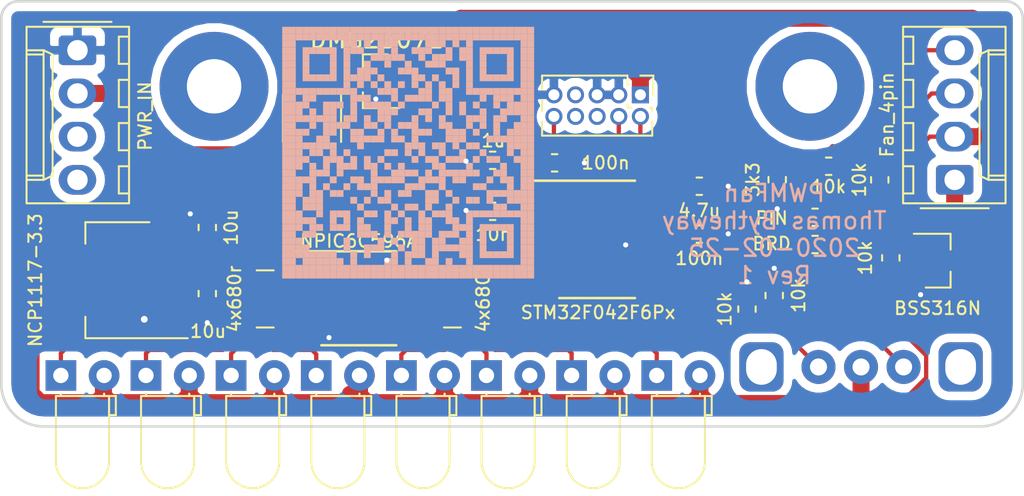
<source format=kicad_pcb>
(kicad_pcb (version 20171130) (host pcbnew "(5.1.5)-3")
  (layers (0 F.Cu signal) (31 B.Cu signal) (34 B.Paste user) (35 F.Paste user) (36 B.SilkS user) (37 F.SilkS user) (38 B.Mask user) (39 F.Mask user) (44 Edge.Cuts user))
  (net 0 "")
  (net 1 +3V3)
  (net 2 GND)
  (net 3 "Net-(M1-Pad3)")
  (net 4 PWM)
  (net 5 +12V)
  (net 6 nRST)
  (net 7 SWDIO)
  (net 8 SWDCLK)
  (net 9 "Net-(D2-Pad1)")
  (net 10 "Net-(D3-Pad1)")
  (net 11 "Net-(D4-Pad1)")
  (net 12 "Net-(D1-Pad1)")
  (net 13 "Net-(M1-Pad1)")
  (net 14 "Net-(F1-Pad2)")
  (net 15 "Net-(M1-Pad4)")
  (net 16 ENC_B)
  (net 17 ENC_A)
  (net 18 "Net-(D8-Pad1)")
  (net 19 "Net-(D7-Pad1)")
  (net 20 "Net-(D5-Pad1)")
  (net 21 "Net-(D6-Pad1)")
  (net 22 "Net-(IC1-Pad3)")
  (net 23 "Net-(IC1-Pad4)")
  (net 24 "Net-(IC1-Pad14)")
  (net 25 "Net-(IC1-Pad13)")
  (net 26 "Net-(IC1-Pad12)")
  (net 27 "Net-(IC1-Pad11)")
  (net 28 "Net-(IC1-Pad6)")
  (net 29 "Net-(IC1-Pad5)")
  (net 30 SERIAL)
  (net 31 STORE_CLK)
  (net 32 SHIFT_CLK)
  (net 33 TACHO)
  (net 34 "Net-(Q1-Pad1)")
  (net 35 "Net-(F1-Pad1)")
  (module Package_TO_SOT_SMD:SOT-23 (layer F.Cu) (at 72 54.7 180)
    (fp_text reference Q2 hide)
    (fp_text value DMG2307L (at 0 2.45) (layer F.SilkS))
    (pad 3 smd rect (at 1 0 180) (size 0.9 0.8) (layers F.Cu F.Paste F.Mask) (net 35 "Net-(F1-Pad1)"))
    (pad 2 smd rect (at -1 0.95 180) (size 0.9 0.8) (layers F.Cu F.Paste F.Mask) (net 5 +12V))
    (pad 1 smd rect (at -1 -0.95 180) (size 0.9 0.8) (layers F.Cu F.Paste F.Mask) (net 2 GND))
  )
  (module pwmfan:QR (layer B.Cu) (at 73.9 58.9 180)
    (fp_text reference SYM1 hide)
    (fp_text value QR hide)
  )
  (module Resistor_SMD:R_0603_1608Metric (layer F.Cu) (at 97.8 62.7)
    (fp_text reference R4 hide)
    (fp_text value PIN (at -2.55 0.05) (layer F.SilkS) (effects (font (size 0.75 0.75) (thickness 0.12))))
    (pad 2 smd roundrect (at 0.7875 0) (size 0.875 0.95) (layers F.Cu F.Paste F.Mask) (net 15 "Net-(M1-Pad4)"))
    (pad 1 smd roundrect (at -0.7875 0) (size 0.875 0.95) (layers F.Cu F.Paste F.Mask) (net 4 PWM))
  )
  (module Resistor_SMD:R_0603_1608Metric (layer F.Cu) (at 95.575 60.4875 270)
    (fp_text reference R3 hide)
    (fp_text value 3k3 (at 0 1.43 90) (layer F.SilkS) (effects (font (size 0.75 0.75) (thickness 0.12))))
    (pad 2 smd roundrect (at 0.7875 0 270) (size 0.875 0.95) (layers F.Cu F.Paste F.Mask) (net 2 GND))
    (pad 1 smd roundrect (at -0.7875 0 270) (size 0.875 0.95) (layers F.Cu F.Paste F.Mask) (net 33 TACHO))
  )
  (module Resistor_SMD:R_0603_1608Metric (layer F.Cu) (at 101.6 60.5 90)
    (fp_text reference R2 hide)
    (fp_text value 10k (at 0 -1.2 90) (layer F.SilkS) (effects (font (size 0.75 0.75) (thickness 0.12))))
    (pad 2 smd roundrect (at 0.7875 0 90) (size 0.875 0.95) (layers F.Cu F.Paste F.Mask) (net 3 "Net-(M1-Pad3)"))
    (pad 1 smd roundrect (at -0.7875 0 90) (size 0.875 0.95) (layers F.Cu F.Paste F.Mask) (net 5 +12V))
  )
  (module Resistor_SMD:R_0603_1608Metric (layer F.Cu) (at 98.6 59.7 180)
    (fp_text reference R1 hide)
    (fp_text value 10k (at 0 -1.2) (layer F.SilkS) (effects (font (size 0.75 0.75) (thickness 0.12))))
    (pad 2 smd roundrect (at 0.7875 0 180) (size 0.875 0.95) (layers F.Cu F.Paste F.Mask) (net 33 TACHO))
    (pad 1 smd roundrect (at -0.7875 0 180) (size 0.875 0.95) (layers F.Cu F.Paste F.Mask) (net 3 "Net-(M1-Pad3)"))
  )
  (module Resistor_SMD:R_Array_Convex_4x0612 (layer F.Cu) (at 65.5 67.5)
    (fp_text reference RN1 hide)
    (fp_text value 4x680r (at -1.8 0 270) (layer F.SilkS) (effects (font (size 0.75 0.75) (thickness 0.12))))
    (pad 5 smd rect (at 0.7 1.27) (size 0.7 0.64) (layers F.Cu F.Paste F.Mask) (net 28 "Net-(IC1-Pad6)"))
    (pad 6 smd rect (at 0.7 0.4) (size 0.7 0.5) (layers F.Cu F.Paste F.Mask) (net 29 "Net-(IC1-Pad5)"))
    (pad 8 smd rect (at 0.7 -1.27) (size 0.7 0.64) (layers F.Cu F.Paste F.Mask) (net 22 "Net-(IC1-Pad3)"))
    (pad 7 smd rect (at 0.7 -0.4) (size 0.7 0.5) (layers F.Cu F.Paste F.Mask) (net 23 "Net-(IC1-Pad4)"))
    (pad 4 smd rect (at -0.7 1.27) (size 0.7 0.64) (layers F.Cu F.Paste F.Mask) (net 11 "Net-(D4-Pad1)"))
    (pad 2 smd rect (at -0.7 -0.4) (size 0.7 0.5) (layers F.Cu F.Paste F.Mask) (net 9 "Net-(D2-Pad1)"))
    (pad 3 smd rect (at -0.7 0.4) (size 0.7 0.5) (layers F.Cu F.Paste F.Mask) (net 10 "Net-(D3-Pad1)"))
    (pad 1 smd rect (at -0.7 -1.27) (size 0.7 0.64) (layers F.Cu F.Paste F.Mask) (net 12 "Net-(D1-Pad1)"))
  )
  (module Resistor_SMD:R_Array_Convex_4x0612 (layer F.Cu) (at 76.5 67.5)
    (fp_text reference RN2 hide)
    (fp_text value 4x680r (at 1.8 0 270) (layer F.SilkS) (effects (font (size 0.75 0.75) (thickness 0.12))))
    (pad 1 smd rect (at -0.7 -1.27) (size 0.7 0.64) (layers F.Cu F.Paste F.Mask) (net 24 "Net-(IC1-Pad14)"))
    (pad 3 smd rect (at -0.7 0.4) (size 0.7 0.5) (layers F.Cu F.Paste F.Mask) (net 26 "Net-(IC1-Pad12)"))
    (pad 2 smd rect (at -0.7 -0.4) (size 0.7 0.5) (layers F.Cu F.Paste F.Mask) (net 25 "Net-(IC1-Pad13)"))
    (pad 4 smd rect (at -0.7 1.27) (size 0.7 0.64) (layers F.Cu F.Paste F.Mask) (net 27 "Net-(IC1-Pad11)"))
    (pad 7 smd rect (at 0.7 -0.4) (size 0.7 0.5) (layers F.Cu F.Paste F.Mask) (net 19 "Net-(D7-Pad1)"))
    (pad 8 smd rect (at 0.7 -1.27) (size 0.7 0.64) (layers F.Cu F.Paste F.Mask) (net 18 "Net-(D8-Pad1)"))
    (pad 6 smd rect (at 0.7 0.4) (size 0.7 0.5) (layers F.Cu F.Paste F.Mask) (net 21 "Net-(D6-Pad1)"))
    (pad 5 smd rect (at 0.7 1.27) (size 0.7 0.64) (layers F.Cu F.Paste F.Mask) (net 20 "Net-(D5-Pad1)"))
  )
  (module Package_SO:TSSOP-16_4.4x5mm_P0.65mm (layer F.Cu) (at 71 67.5)
    (fp_text reference IC1 hide)
    (fp_text value NPIC6C596A (at 0 -3.4) (layer F.SilkS) (effects (font (size 0.75 0.75) (thickness 0.12))))
    (pad 1 smd rect (at -2.95 -2.275) (size 1.5 0.45) (layers F.Cu F.Paste F.Mask) (net 1 +3V3))
    (pad 2 smd rect (at -2.95 -1.625) (size 1.5 0.45) (layers F.Cu F.Paste F.Mask) (net 30 SERIAL))
    (pad 3 smd rect (at -2.95 -0.975) (size 1.5 0.45) (layers F.Cu F.Paste F.Mask) (net 22 "Net-(IC1-Pad3)"))
    (pad 4 smd rect (at -2.95 -0.325) (size 1.5 0.45) (layers F.Cu F.Paste F.Mask) (net 23 "Net-(IC1-Pad4)"))
    (pad 5 smd rect (at -2.95 0.325) (size 1.5 0.45) (layers F.Cu F.Paste F.Mask) (net 29 "Net-(IC1-Pad5)"))
    (pad 6 smd rect (at -2.95 0.975) (size 1.5 0.45) (layers F.Cu F.Paste F.Mask) (net 28 "Net-(IC1-Pad6)"))
    (pad 7 smd rect (at -2.95 1.625) (size 1.5 0.45) (layers F.Cu F.Paste F.Mask) (net 1 +3V3))
    (pad 8 smd rect (at -2.95 2.275) (size 1.5 0.45) (layers F.Cu F.Paste F.Mask) (net 2 GND))
    (pad 9 smd rect (at 2.95 2.275) (size 1.5 0.45) (layers F.Cu F.Paste F.Mask))
    (pad 10 smd rect (at 2.95 1.625) (size 1.5 0.45) (layers F.Cu F.Paste F.Mask) (net 31 STORE_CLK))
    (pad 11 smd rect (at 2.95 0.975) (size 1.5 0.45) (layers F.Cu F.Paste F.Mask) (net 27 "Net-(IC1-Pad11)"))
    (pad 12 smd rect (at 2.95 0.325) (size 1.5 0.45) (layers F.Cu F.Paste F.Mask) (net 26 "Net-(IC1-Pad12)"))
    (pad 13 smd rect (at 2.95 -0.325) (size 1.5 0.45) (layers F.Cu F.Paste F.Mask) (net 25 "Net-(IC1-Pad13)"))
    (pad 14 smd rect (at 2.95 -0.975) (size 1.5 0.45) (layers F.Cu F.Paste F.Mask) (net 24 "Net-(IC1-Pad14)"))
    (pad 15 smd rect (at 2.95 -1.625) (size 1.5 0.45) (layers F.Cu F.Paste F.Mask) (net 32 SHIFT_CLK))
    (pad 16 smd rect (at 2.95 -2.275) (size 1.5 0.45) (layers F.Cu F.Paste F.Mask) (net 2 GND))
  )
  (module pwmfan:RE111F-20B (layer F.Cu) (at 100.5 71.5)
    (fp_text reference SW1 hide)
    (fp_text value RE111F-20B hide)
    (pad C thru_hole circle (at 0 0) (size 2 2) (drill 1) (layers *.Cu *.Mask) (net 1 +3V3))
    (pad A thru_hole circle (at -2.5 0) (size 2 2) (drill 1) (layers *.Cu *.Mask) (net 17 ENC_A))
    (pad B thru_hole circle (at 2.5 0) (size 2 2) (drill 1) (layers *.Cu *.Mask) (net 16 ENC_B))
    (pad "" thru_hole roundrect (at -5.85 0) (size 2.6 2.9) (drill oval 1.8 2.1) (layers *.Cu *.Mask))
    (pad "" thru_hole roundrect (at 5.85 0) (size 2.6 2.9) (drill oval 1.8 2.1) (layers *.Cu *.Mask))
  )
  (module LED_THT:LED_D3.0mm_Horizontal_O1.27mm_Z2.0mm (layer F.Cu) (at 73.5 72)
    (fp_text reference D5 hide)
    (fp_text value LED_Small hide)
    (pad 2 thru_hole circle (at 2.54 0) (size 1.8 1.8) (drill 0.9) (layers *.Cu *.Mask) (net 1 +3V3))
    (pad 1 thru_hole rect (at 0 0) (size 1.8 1.8) (drill 0.9) (layers *.Cu *.Mask) (net 20 "Net-(D5-Pad1)"))
  )
  (module LED_THT:LED_D3.0mm_Horizontal_O1.27mm_Z2.0mm (layer F.Cu) (at 83.5 72)
    (fp_text reference D7 hide)
    (fp_text value LED_Small hide)
    (pad 1 thru_hole rect (at 0 0) (size 1.8 1.8) (drill 0.9) (layers *.Cu *.Mask) (net 19 "Net-(D7-Pad1)"))
    (pad 2 thru_hole circle (at 2.54 0) (size 1.8 1.8) (drill 0.9) (layers *.Cu *.Mask) (net 1 +3V3))
  )
  (module LED_THT:LED_D3.0mm_Horizontal_O1.27mm_Z2.0mm (layer F.Cu) (at 78.5 72)
    (fp_text reference D6 hide)
    (fp_text value LED_Small hide)
    (pad 2 thru_hole circle (at 2.54 0) (size 1.8 1.8) (drill 0.9) (layers *.Cu *.Mask) (net 1 +3V3))
    (pad 1 thru_hole rect (at 0 0) (size 1.8 1.8) (drill 0.9) (layers *.Cu *.Mask) (net 21 "Net-(D6-Pad1)"))
  )
  (module LED_THT:LED_D3.0mm_Horizontal_O1.27mm_Z2.0mm (layer F.Cu) (at 88.5 72)
    (fp_text reference D8 hide)
    (fp_text value LED_Small hide)
    (pad 1 thru_hole rect (at 0 0) (size 1.8 1.8) (drill 0.9) (layers *.Cu *.Mask) (net 18 "Net-(D8-Pad1)"))
    (pad 2 thru_hole circle (at 2.54 0) (size 1.8 1.8) (drill 0.9) (layers *.Cu *.Mask) (net 1 +3V3))
  )
  (module Resistor_SMD:R_0603_1608Metric (layer F.Cu) (at 93.8 68.1 90)
    (fp_text reference R11 hide)
    (fp_text value 10k (at 0 -1.3 90) (layer F.SilkS) (effects (font (size 0.75 0.75) (thickness 0.12))))
    (pad 2 smd roundrect (at 0.7875 0 90) (size 0.875 0.95) (layers F.Cu F.Paste F.Mask) (net 2 GND))
    (pad 1 smd roundrect (at -0.7875 0 90) (size 0.875 0.95) (layers F.Cu F.Paste F.Mask) (net 17 ENC_A))
  )
  (module Resistor_SMD:R_0603_1608Metric (layer F.Cu) (at 95.4 67.3 90)
    (fp_text reference R12 hide)
    (fp_text value 10k (at 0 1.43 90) (layer F.SilkS) (effects (font (size 0.75 0.75) (thickness 0.12))))
    (pad 1 smd roundrect (at -0.7875 0 90) (size 0.875 0.95) (layers F.Cu F.Paste F.Mask) (net 16 ENC_B))
    (pad 2 smd roundrect (at 0.7875 0 90) (size 0.875 0.95) (layers F.Cu F.Paste F.Mask) (net 2 GND))
  )
  (module Connector_Molex:Molex_KK-254_AE-6410-04A_1x04_P2.54mm_Vertical (layer F.Cu) (at 54.475 52.88 270)
    (fp_text reference J2 hide)
    (fp_text value PWR_IN (at 3.87 -3.975 90) (layer F.SilkS) (effects (font (size 0.75 0.75) (thickness 0.12))))
    (pad 4 thru_hole oval (at 7.62 0 270) (size 1.74 2.2) (drill 1.2) (layers *.Cu *.Mask))
    (pad 3 thru_hole oval (at 5.08 0 270) (size 1.74 2.2) (drill 1.2) (layers *.Cu *.Mask))
    (pad 2 thru_hole oval (at 2.54 0 270) (size 1.74 2.2) (drill 1.2) (layers *.Cu *.Mask) (net 14 "Net-(F1-Pad2)"))
    (pad 1 thru_hole roundrect (at 0 0 270) (size 1.74 2.2) (drill 1.2) (layers *.Cu *.Mask) (roundrect_rratio 0.143678) (net 2 GND))
  )
  (module Connector_Molex:Molex_KK-254_AE-6410-04A_1x04_P2.54mm_Vertical (layer F.Cu) (at 106 60.5 90)
    (fp_text reference M1 hide)
    (fp_text value Fan_4pin (at 3.825 -3.975 270) (layer F.SilkS) (effects (font (size 0.75 0.75) (thickness 0.12))))
    (pad 1 thru_hole roundrect (at 0 0 90) (size 1.74 2.2) (drill 1.2) (layers *.Cu *.Mask) (roundrect_rratio 0.143678) (net 13 "Net-(M1-Pad1)"))
    (pad 2 thru_hole oval (at 2.54 0 90) (size 1.74 2.2) (drill 1.2) (layers *.Cu *.Mask) (net 5 +12V))
    (pad 3 thru_hole oval (at 5.08 0 90) (size 1.74 2.2) (drill 1.2) (layers *.Cu *.Mask) (net 3 "Net-(M1-Pad3)"))
    (pad 4 thru_hole oval (at 7.62 0 90) (size 1.74 2.2) (drill 1.2) (layers *.Cu *.Mask) (net 15 "Net-(M1-Pad4)"))
  )
  (module MountingHole:MountingHole_3.2mm_M3_Pad (layer F.Cu) (at 97.5 55)
    (fp_text reference H2 hide)
    (fp_text value MountingHole hide)
    (pad 1 thru_hole circle (at 0 0) (size 6.4 6.4) (drill 3.2) (layers *.Cu *.Mask))
  )
  (module MountingHole:MountingHole_3.2mm_M3_Pad (layer F.Cu) (at 62.5 55)
    (fp_text reference H1 hide)
    (fp_text value MountingHole hide)
    (pad 1 thru_hole circle (at 0 0) (size 6.4 6.4) (drill 3.2) (layers *.Cu *.Mask))
  )
  (module Fuse:Fuse_1812_4532Metric (layer F.Cu) (at 68.25 56.8875 270)
    (fp_text reference F1 hide)
    (fp_text value SMD1812B050TF/30 hide)
    (pad 1 smd roundrect (at -2.1375 0 270) (size 1.125 3.4) (layers F.Cu F.Paste F.Mask) (roundrect_rratio 0.222222) (net 35 "Net-(F1-Pad1)"))
    (pad 2 smd roundrect (at 2.1375 0 270) (size 1.125 3.4) (layers F.Cu F.Paste F.Mask) (roundrect_rratio 0.222222) (net 14 "Net-(F1-Pad2)"))
  )
  (module LED_THT:LED_D3.0mm_Horizontal_O1.27mm_Z2.0mm (layer F.Cu) (at 53.5 72)
    (fp_text reference D1 hide)
    (fp_text value LED_Small hide)
    (pad 2 thru_hole circle (at 2.54 0) (size 1.8 1.8) (drill 0.9) (layers *.Cu *.Mask) (net 1 +3V3))
    (pad 1 thru_hole rect (at 0 0) (size 1.8 1.8) (drill 0.9) (layers *.Cu *.Mask) (net 12 "Net-(D1-Pad1)"))
  )
  (module LED_THT:LED_D3.0mm_Horizontal_O1.27mm_Z2.0mm (layer F.Cu) (at 58.5 72)
    (fp_text reference D2 hide)
    (fp_text value LED_Small hide)
    (pad 1 thru_hole rect (at 0 0) (size 1.8 1.8) (drill 0.9) (layers *.Cu *.Mask) (net 9 "Net-(D2-Pad1)"))
    (pad 2 thru_hole circle (at 2.54 0) (size 1.8 1.8) (drill 0.9) (layers *.Cu *.Mask) (net 1 +3V3))
  )
  (module LED_THT:LED_D3.0mm_Horizontal_O1.27mm_Z2.0mm (layer F.Cu) (at 63.5 72)
    (fp_text reference D3 hide)
    (fp_text value LED_Small hide)
    (pad 2 thru_hole circle (at 2.54 0) (size 1.8 1.8) (drill 0.9) (layers *.Cu *.Mask) (net 1 +3V3))
    (pad 1 thru_hole rect (at 0 0) (size 1.8 1.8) (drill 0.9) (layers *.Cu *.Mask) (net 10 "Net-(D3-Pad1)"))
  )
  (module LED_THT:LED_D3.0mm_Horizontal_O1.27mm_Z2.0mm (layer F.Cu) (at 68.5 72)
    (fp_text reference D4 hide)
    (fp_text value LED_Small hide)
    (pad 1 thru_hole rect (at 0 0) (size 1.8 1.8) (drill 0.9) (layers *.Cu *.Mask) (net 11 "Net-(D4-Pad1)"))
    (pad 2 thru_hole circle (at 2.54 0) (size 1.8 1.8) (drill 0.9) (layers *.Cu *.Mask) (net 1 +3V3))
  )
  (module Connector_PinHeader_1.27mm:PinHeader_2x05_P1.27mm_Vertical (layer F.Cu) (at 87.54 55.5 270)
    (fp_text reference J1 hide)
    (fp_text value Conn_ARM_JTAG_SWD_10 hide)
    (pad 1 thru_hole rect (at 0 0 270) (size 1 1) (drill 0.65) (layers *.Cu *.Mask) (net 1 +3V3))
    (pad 2 thru_hole oval (at 1.27 0 270) (size 1 1) (drill 0.65) (layers *.Cu *.Mask) (net 7 SWDIO))
    (pad 3 thru_hole oval (at 0 1.27 270) (size 1 1) (drill 0.65) (layers *.Cu *.Mask) (net 2 GND))
    (pad 4 thru_hole oval (at 1.27 1.27 270) (size 1 1) (drill 0.65) (layers *.Cu *.Mask) (net 8 SWDCLK))
    (pad 5 thru_hole oval (at 0 2.54 270) (size 1 1) (drill 0.65) (layers *.Cu *.Mask) (net 2 GND))
    (pad 6 thru_hole oval (at 1.27 2.54 270) (size 1 1) (drill 0.65) (layers *.Cu *.Mask))
    (pad 7 thru_hole oval (at 0 3.81 270) (size 1 1) (drill 0.65) (layers *.Cu *.Mask))
    (pad 8 thru_hole oval (at 1.27 3.81 270) (size 1 1) (drill 0.65) (layers *.Cu *.Mask))
    (pad 9 thru_hole oval (at 0 5.08 270) (size 1 1) (drill 0.65) (layers *.Cu *.Mask) (net 2 GND))
    (pad 10 thru_hole oval (at 1.27 5.08 270) (size 1 1) (drill 0.65) (layers *.Cu *.Mask) (net 6 nRST))
  )
  (module Capacitor_SMD:C_0603_1608Metric (layer F.Cu) (at 82.5 59.5 180)
    (fp_text reference C2 hide)
    (fp_text value 100n (at -3 0 180) (layer F.SilkS) (effects (font (size 0.75 0.75) (thickness 0.12))))
    (pad 1 smd roundrect (at -0.7875 0 180) (size 0.875 0.95) (layers F.Cu F.Paste F.Mask) (net 2 GND))
    (pad 2 smd roundrect (at 0.7875 0 180) (size 0.875 0.95) (layers F.Cu F.Paste F.Mask) (net 6 nRST))
  )
  (module Capacitor_SMD:C_0603_1608Metric (layer F.Cu) (at 91 63.6875)
    (fp_text reference C3 hide)
    (fp_text value 100n (at 0 1.43) (layer F.SilkS) (effects (font (size 0.75 0.75) (thickness 0.12))))
    (pad 2 smd roundrect (at 0.7875 0) (size 0.875 0.95) (layers F.Cu F.Paste F.Mask) (net 2 GND))
    (pad 1 smd roundrect (at -0.7875 0) (size 0.875 0.95) (layers F.Cu F.Paste F.Mask) (net 1 +3V3))
  )
  (module Capacitor_SMD:C_0603_1608Metric (layer F.Cu) (at 78.8625 62.35 180)
    (fp_text reference C4 hide)
    (fp_text value 10n (at -0.0375 -1.35) (layer F.SilkS) (effects (font (size 0.75 0.75) (thickness 0.12))))
    (pad 1 smd roundrect (at -0.7875 0 180) (size 0.875 0.95) (layers F.Cu F.Paste F.Mask) (net 1 +3V3))
    (pad 2 smd roundrect (at 0.7875 0 180) (size 0.875 0.95) (layers F.Cu F.Paste F.Mask) (net 2 GND))
  )
  (module Capacitor_SMD:C_0603_1608Metric (layer F.Cu) (at 78.8625 59.35 180)
    (fp_text reference C5 hide)
    (fp_text value 1u (at -0.0375 1.15) (layer F.SilkS) (effects (font (size 0.75 0.75) (thickness 0.12))))
    (pad 2 smd roundrect (at 0.7875 0 180) (size 0.875 0.95) (layers F.Cu F.Paste F.Mask) (net 2 GND))
    (pad 1 smd roundrect (at -0.7875 0 180) (size 0.875 0.95) (layers F.Cu F.Paste F.Mask) (net 1 +3V3))
  )
  (module Capacitor_SMD:C_0603_1608Metric (layer F.Cu) (at 62.1 63.3 270)
    (fp_text reference C6 hide)
    (fp_text value 10u (at 0 -1.4 270) (layer F.SilkS) (effects (font (size 0.75 0.75) (thickness 0.12))))
    (pad 1 smd roundrect (at -0.7875 0 270) (size 0.875 0.95) (layers F.Cu F.Paste F.Mask) (net 2 GND))
    (pad 2 smd roundrect (at 0.7875 0 270) (size 0.875 0.95) (layers F.Cu F.Paste F.Mask) (net 5 +12V))
  )
  (module Capacitor_SMD:C_0603_1608Metric (layer F.Cu) (at 62.1 67.1875 270)
    (fp_text reference C7 hide)
    (fp_text value 10u (at 2.2125 -0.05 180) (layer F.SilkS) (effects (font (size 0.75 0.75) (thickness 0.12))))
    (pad 2 smd roundrect (at 0.7875 0 270) (size 0.875 0.95) (layers F.Cu F.Paste F.Mask) (net 2 GND))
    (pad 1 smd roundrect (at -0.7875 0 270) (size 0.875 0.95) (layers F.Cu F.Paste F.Mask) (net 1 +3V3))
  )
  (module Capacitor_SMD:C_0603_1608Metric (layer F.Cu) (at 91 60.875)
    (fp_text reference C1 hide)
    (fp_text value 4.7u (at 0 1.43) (layer F.SilkS) (effects (font (size 0.75 0.75) (thickness 0.12))))
    (pad 1 smd roundrect (at -0.7875 0) (size 0.875 0.95) (layers F.Cu F.Paste F.Mask) (net 1 +3V3))
    (pad 2 smd roundrect (at 0.7875 0) (size 0.875 0.95) (layers F.Cu F.Paste F.Mask) (net 2 GND))
  )
  (module Package_SO:TSSOP-20_4.4x6.5mm_P0.65mm (layer F.Cu) (at 85 64)
    (fp_text reference U2 hide)
    (fp_text value STM32F042F6Px (at 0.05 4.3) (layer F.SilkS) (effects (font (size 0.75 0.75) (thickness 0.12))))
    (pad 1 smd rect (at -2.95 -2.925) (size 1.45 0.45) (layers F.Cu F.Paste F.Mask))
    (pad 2 smd rect (at -2.95 -2.275) (size 1.45 0.45) (layers F.Cu F.Paste F.Mask))
    (pad 3 smd rect (at -2.95 -1.625) (size 1.45 0.45) (layers F.Cu F.Paste F.Mask))
    (pad 4 smd rect (at -2.95 -0.975) (size 1.45 0.45) (layers F.Cu F.Paste F.Mask) (net 6 nRST))
    (pad 5 smd rect (at -2.95 -0.325) (size 1.45 0.45) (layers F.Cu F.Paste F.Mask) (net 1 +3V3))
    (pad 6 smd rect (at -2.95 0.325) (size 1.45 0.45) (layers F.Cu F.Paste F.Mask) (net 30 SERIAL))
    (pad 7 smd rect (at -2.95 0.975) (size 1.45 0.45) (layers F.Cu F.Paste F.Mask) (net 31 STORE_CLK))
    (pad 8 smd rect (at -2.95 1.625) (size 1.45 0.45) (layers F.Cu F.Paste F.Mask) (net 32 SHIFT_CLK))
    (pad 9 smd rect (at -2.95 2.275) (size 1.45 0.45) (layers F.Cu F.Paste F.Mask))
    (pad 10 smd rect (at -2.95 2.925) (size 1.45 0.45) (layers F.Cu F.Paste F.Mask))
    (pad 11 smd rect (at 2.95 2.925) (size 1.45 0.45) (layers F.Cu F.Paste F.Mask) (net 17 ENC_A))
    (pad 12 smd rect (at 2.95 2.275) (size 1.45 0.45) (layers F.Cu F.Paste F.Mask) (net 16 ENC_B))
    (pad 13 smd rect (at 2.95 1.625) (size 1.45 0.45) (layers F.Cu F.Paste F.Mask) (net 4 PWM))
    (pad 14 smd rect (at 2.95 0.975) (size 1.45 0.45) (layers F.Cu F.Paste F.Mask) (net 33 TACHO))
    (pad 15 smd rect (at 2.95 0.325) (size 1.45 0.45) (layers F.Cu F.Paste F.Mask) (net 2 GND))
    (pad 16 smd rect (at 2.95 -0.325) (size 1.45 0.45) (layers F.Cu F.Paste F.Mask) (net 1 +3V3))
    (pad 17 smd rect (at 2.95 -0.975) (size 1.45 0.45) (layers F.Cu F.Paste F.Mask))
    (pad 18 smd rect (at 2.95 -1.625) (size 1.45 0.45) (layers F.Cu F.Paste F.Mask))
    (pad 19 smd rect (at 2.95 -2.275) (size 1.45 0.45) (layers F.Cu F.Paste F.Mask) (net 7 SWDIO))
    (pad 20 smd rect (at 2.95 -2.925) (size 1.45 0.45) (layers F.Cu F.Paste F.Mask) (net 8 SWDCLK))
  )
  (module Package_TO_SOT_SMD:SOT-223-3_TabPin2 (layer F.Cu) (at 56.85 66.4 180)
    (fp_text reference U3 hide)
    (fp_text value NCP1117-3.3 (at 4.85 0 270) (layer F.SilkS) (effects (font (size 0.75 0.75) (thickness 0.12))))
    (pad 2 smd rect (at 3.15 0 180) (size 2 3.8) (layers F.Cu F.Paste F.Mask) (net 1 +3V3))
    (pad 2 smd rect (at -3.15 0 180) (size 2 1.5) (layers F.Cu F.Paste F.Mask) (net 1 +3V3))
    (pad 3 smd rect (at -3.15 2.3 180) (size 2 1.5) (layers F.Cu F.Paste F.Mask) (net 5 +12V))
    (pad 1 smd rect (at -3.15 -2.3 180) (size 2 1.5) (layers F.Cu F.Paste F.Mask) (net 2 GND))
  )
  (module Package_TO_SOT_SMD:SOT-23 (layer F.Cu) (at 105 65.25)
    (fp_text reference Q1 hide)
    (fp_text value BSS316N (at 0 2.8 180) (layer F.SilkS) (effects (font (size 0.75 0.75) (thickness 0.12))))
    (pad 1 smd rect (at -1 -0.95) (size 0.9 0.8) (layers F.Cu F.Paste F.Mask) (net 34 "Net-(Q1-Pad1)"))
    (pad 2 smd rect (at -1 0.95) (size 0.9 0.8) (layers F.Cu F.Paste F.Mask) (net 2 GND))
    (pad 3 smd rect (at 1 0) (size 0.9 0.8) (layers F.Cu F.Paste F.Mask) (net 13 "Net-(M1-Pad1)"))
  )
  (module Resistor_SMD:R_0603_1608Metric (layer F.Cu) (at 97.8 64.3 180)
    (fp_text reference R5 hide)
    (fp_text value BRD (at 2.55 0.05 180) (layer F.SilkS) (effects (font (size 0.75 0.75) (thickness 0.12))))
    (pad 2 smd roundrect (at 0.7875 0 180) (size 0.875 0.95) (layers F.Cu F.Paste F.Mask) (net 4 PWM))
    (pad 1 smd roundrect (at -0.7875 0 180) (size 0.875 0.95) (layers F.Cu F.Paste F.Mask) (net 34 "Net-(Q1-Pad1)"))
  )
  (module Resistor_SMD:R_0603_1608Metric (layer F.Cu) (at 102.25 65.0875 90)
    (fp_text reference R6 hide)
    (fp_text value 10k (at 0 -1.5 90) (layer F.SilkS) (effects (font (size 0.75 0.75) (thickness 0.12))))
    (pad 1 smd roundrect (at -0.7875 0 90) (size 0.875 0.95) (layers F.Cu F.Paste F.Mask) (net 1 +3V3))
    (pad 2 smd roundrect (at 0.7875 0 90) (size 0.875 0.95) (layers F.Cu F.Paste F.Mask) (net 34 "Net-(Q1-Pad1)"))
  )
  (gr_arc (start 51 51) (end 51 50) (angle -90) (layer Edge.Cuts) (width 0.15))
  (gr_arc (start 109 51) (end 110 51) (angle -90) (layer Edge.Cuts) (width 0.15))
  (gr_text "PWMFan\nThomas Bytheway\n2020-02-25\nRev 1" (at 95.4 63.7) (layer B.SilkS) (effects (font (size 1 1)) (justify mirror)))
  (gr_line (start 51 50) (end 109 50) (layer Edge.Cuts) (width 0.15))
  (gr_line (start 50 51) (end 50 72.5) (layer Edge.Cuts) (width 0.15))
  (gr_line (start 110 72.5) (end 110 51) (layer Edge.Cuts) (width 0.15))
  (gr_arc (start 107.5 72.5) (end 107.5 75) (angle -90) (layer Edge.Cuts) (width 0.15))
  (gr_arc (start 52.5 72.5) (end 50 72.5) (angle -90) (layer Edge.Cuts) (width 0.15))
  (gr_line (start 52.5 75) (end 107.5 75) (layer Edge.Cuts) (width 0.15))
  (segment (start 56 73.2) (end 56.400001 73.600001) (width 1) (layer F.Cu) (net 1))
  (segment (start 56 72.04) (end 56.04 72) (width 1) (layer F.Cu) (net 1))
  (segment (start 56 73.2) (end 56 72.04) (width 1) (layer F.Cu) (net 1))
  (segment (start 60.599999 73.600001) (end 56.400001 73.600001) (width 1) (layer F.Cu) (net 1))
  (segment (start 61.04 72) (end 61.04 73.16) (width 1) (layer F.Cu) (net 1))
  (segment (start 61.04 73.16) (end 60.599999 73.600001) (width 1) (layer F.Cu) (net 1))
  (segment (start 61.04 73.16) (end 61.480001 73.600001) (width 1) (layer F.Cu) (net 1))
  (segment (start 60.599999 73.600001) (end 61.480001 73.600001) (width 1) (layer F.Cu) (net 1))
  (segment (start 65.599999 73.600001) (end 61.480001 73.600001) (width 1) (layer F.Cu) (net 1))
  (segment (start 66.04 72) (end 66.04 73.16) (width 1) (layer F.Cu) (net 1))
  (segment (start 66.04 73.16) (end 65.599999 73.600001) (width 1) (layer F.Cu) (net 1))
  (segment (start 66.04 73.16) (end 66.480001 73.600001) (width 1) (layer F.Cu) (net 1))
  (segment (start 65.599999 73.600001) (end 66.480001 73.600001) (width 1) (layer F.Cu) (net 1))
  (segment (start 53.66 66.44) (end 53.7 66.4) (width 1) (layer F.Cu) (net 1))
  (segment (start 53.7 66.4) (end 60 66.4) (width 1) (layer F.Cu) (net 1))
  (segment (start 67.05 69.125) (end 66.675 69.5) (width 0.25) (layer F.Cu) (net 1))
  (segment (start 68.05 69.125) (end 67.05 69.125) (width 0.25) (layer F.Cu) (net 1))
  (segment (start 65.5 65.2) (end 65.8 64.9) (width 0.25) (layer F.Cu) (net 1))
  (segment (start 66.675 69.5) (end 65.674998 69.5) (width 0.25) (layer F.Cu) (net 1))
  (segment (start 65.674998 69.5) (end 65.5 69.325002) (width 0.25) (layer F.Cu) (net 1))
  (segment (start 66.4 64.575) (end 66.4 64.3) (width 0.25) (layer F.Cu) (net 1))
  (segment (start 66.480001 73.600001) (end 70.599999 73.600001) (width 1) (layer F.Cu) (net 1))
  (segment (start 70.599999 73.600001) (end 71.04 73.16) (width 1) (layer F.Cu) (net 1))
  (segment (start 70.5 73.1) (end 70.500001 73.099999) (width 1) (layer F.Cu) (net 1))
  (segment (start 71.04 73.16) (end 71.480001 73.600001) (width 1) (layer F.Cu) (net 1))
  (segment (start 71.04 73.16) (end 71.04 72) (width 1) (layer F.Cu) (net 1))
  (segment (start 70.599999 73.600001) (end 71.480001 73.600001) (width 1) (layer F.Cu) (net 1))
  (segment (start 76.04 73.16) (end 76.04 72) (width 1) (layer F.Cu) (net 1))
  (segment (start 75.599999 73.600001) (end 76.04 73.16) (width 1) (layer F.Cu) (net 1))
  (segment (start 76.04 73.16) (end 76.480001 73.600001) (width 1) (layer F.Cu) (net 1))
  (segment (start 75.599999 73.600001) (end 76.480001 73.600001) (width 1) (layer F.Cu) (net 1))
  (segment (start 81.04 73.16) (end 81.480001 73.600001) (width 1) (layer F.Cu) (net 1))
  (segment (start 81.04 73.16) (end 81.04 72) (width 1) (layer F.Cu) (net 1))
  (segment (start 80.599999 73.600001) (end 81.480001 73.600001) (width 1) (layer F.Cu) (net 1))
  (segment (start 80.599999 73.600001) (end 81.04 73.16) (width 1) (layer F.Cu) (net 1))
  (segment (start 86.04 73.16) (end 86.480001 73.600001) (width 1) (layer F.Cu) (net 1))
  (segment (start 86.04 73.16) (end 86.04 72) (width 1) (layer F.Cu) (net 1))
  (segment (start 85.599999 73.600001) (end 86.480001 73.600001) (width 1) (layer F.Cu) (net 1))
  (segment (start 85.599999 73.600001) (end 86.04 73.16) (width 1) (layer F.Cu) (net 1))
  (segment (start 91.04 73.16) (end 91.04 72) (width 1) (layer F.Cu) (net 1))
  (segment (start 91.04 73.16) (end 91.480001 73.600001) (width 1) (layer F.Cu) (net 1))
  (segment (start 90.599999 73.600001) (end 91.04 73.16) (width 1) (layer F.Cu) (net 1))
  (segment (start 90.599999 73.600001) (end 91.480001 73.600001) (width 1) (layer F.Cu) (net 1))
  (segment (start 71.480001 73.600001) (end 75.599999 73.600001) (width 1) (layer F.Cu) (net 1))
  (segment (start 79.960001 73.600001) (end 80.599999 73.600001) (width 1) (layer F.Cu) (net 1))
  (segment (start 76.480001 73.600001) (end 79.960001 73.600001) (width 1) (layer F.Cu) (net 1))
  (segment (start 81.480001 73.600001) (end 85.599999 73.600001) (width 1) (layer F.Cu) (net 1))
  (segment (start 86.480001 73.600001) (end 90.599999 73.600001) (width 1) (layer F.Cu) (net 1))
  (segment (start 91.53001 73.65001) (end 91.480001 73.600001) (width 1) (layer F.Cu) (net 1))
  (segment (start 100.04999 73.65001) (end 91.53001 73.65001) (width 1) (layer F.Cu) (net 1))
  (segment (start 100.5 71.5) (end 100.5 73.2) (width 1) (layer F.Cu) (net 1))
  (segment (start 100.5 73.2) (end 100.04999 73.65001) (width 1) (layer F.Cu) (net 1))
  (segment (start 60.0125 66.4125) (end 60 66.4) (width 1) (layer F.Cu) (net 1))
  (segment (start 55.599999 73.600001) (end 56 73.2) (width 1) (layer F.Cu) (net 1))
  (segment (start 55.599999 73.600001) (end 56.400001 73.600001) (width 1) (layer F.Cu) (net 1))
  (segment (start 90.2 63.675) (end 90.2125 63.6875) (width 0.4) (layer F.Cu) (net 1))
  (segment (start 87.95 63.675) (end 90.2 63.675) (width 0.4) (layer F.Cu) (net 1))
  (segment (start 90.2125 60.875) (end 90.2125 63.6875) (width 1) (layer F.Cu) (net 1))
  (segment (start 66.425 64.75) (end 66 64.75) (width 0.4) (layer F.Cu) (net 1))
  (segment (start 68.05 65.225) (end 66.9 65.225) (width 0.4) (layer F.Cu) (net 1))
  (segment (start 65.725 64.975) (end 66.4 64.3) (width 1) (layer F.Cu) (net 1))
  (segment (start 54.960001 73.600001) (end 55.599999 73.600001) (width 1) (layer F.Cu) (net 1))
  (segment (start 52.325 66.4) (end 51.75 66.975) (width 1) (layer F.Cu) (net 1))
  (segment (start 51.75 73.060002) (end 52.289999 73.600001) (width 1) (layer F.Cu) (net 1))
  (segment (start 53.7 66.4) (end 52.325 66.4) (width 1) (layer F.Cu) (net 1))
  (segment (start 52.289999 73.600001) (end 54.960001 73.600001) (width 1) (layer F.Cu) (net 1))
  (segment (start 51.75 66.975) (end 51.75 73.060002) (width 1) (layer F.Cu) (net 1))
  (segment (start 104.325001 70.825001) (end 102.25 68.75) (width 0.25) (layer F.Cu) (net 1))
  (segment (start 102.25 68.75) (end 102.25 65.825) (width 0.25) (layer F.Cu) (net 1))
  (segment (start 100.5 73.2) (end 103.261002 73.2) (width 0.25) (layer F.Cu) (net 1))
  (segment (start 104.325001 72.136001) (end 104.325001 70.825001) (width 0.25) (layer F.Cu) (net 1))
  (segment (start 103.261002 73.2) (end 104.325001 72.136001) (width 0.25) (layer F.Cu) (net 1))
  (segment (start 81.800001 63.699999) (end 80.199999 63.699999) (width 0.4) (layer F.Cu) (net 1))
  (segment (start 82.05 63.675) (end 81.825 63.675) (width 0.4) (layer F.Cu) (net 1))
  (segment (start 81.825 63.675) (end 81.800001 63.699999) (width 0.4) (layer F.Cu) (net 1))
  (segment (start 79.65 63.15) (end 79.65 62.35) (width 0.4) (layer F.Cu) (net 1))
  (segment (start 80.199999 63.699999) (end 79.65 63.15) (width 0.4) (layer F.Cu) (net 1))
  (segment (start 90.2125 60) (end 90.2125 60.875) (width 1) (layer F.Cu) (net 1))
  (segment (start 88 54) (end 88.75 54) (width 1) (layer F.Cu) (net 1))
  (segment (start 87.54 55.5) (end 87.54 54.46) (width 1) (layer F.Cu) (net 1))
  (segment (start 88.75 54) (end 90.2125 55.4625) (width 1) (layer F.Cu) (net 1))
  (segment (start 87.54 54.46) (end 88 54) (width 1) (layer F.Cu) (net 1))
  (segment (start 90.2125 55.4625) (end 90.2125 60) (width 1) (layer F.Cu) (net 1))
  (segment (start 87.08 54) (end 87.54 54.46) (width 1) (layer F.Cu) (net 1))
  (segment (start 79.65 62.35) (end 79.65 59.35) (width 1) (layer F.Cu) (net 1))
  (segment (start 79.65 59.35) (end 79.65 54.6) (width 1) (layer F.Cu) (net 1))
  (segment (start 80.25 54) (end 87.08 54) (width 1) (layer F.Cu) (net 1))
  (segment (start 79 54) (end 80.25 54) (width 1) (layer F.Cu) (net 1))
  (segment (start 79.65 54.6) (end 80.25 54) (width 1) (layer F.Cu) (net 1))
  (segment (start 79.05 54) (end 79 54) (width 1) (layer F.Cu) (net 1))
  (segment (start 79.65 54.6) (end 79.05 54) (width 1) (layer F.Cu) (net 1))
  (segment (start 87.08 54) (end 88 54) (width 1) (layer F.Cu) (net 1))
  (segment (start 66.4 64.3) (end 67.95 62.75) (width 1) (layer F.Cu) (net 1))
  (segment (start 67.95 62.75) (end 74 62.75) (width 1) (layer F.Cu) (net 1))
  (segment (start 74 62.75) (end 76.25 60.5) (width 1) (layer F.Cu) (net 1))
  (segment (start 76.25 55.5) (end 77.75 54) (width 1) (layer F.Cu) (net 1))
  (segment (start 76.25 60.5) (end 76.25 55.5) (width 1) (layer F.Cu) (net 1))
  (segment (start 77.75 54) (end 79 54) (width 1) (layer F.Cu) (net 1))
  (segment (start 62.1 66.4) (end 60 66.4) (width 1) (layer F.Cu) (net 1))
  (segment (start 66.5875 64.4875) (end 66.4 64.3) (width 0.4) (layer F.Cu) (net 1))
  (segment (start 66.5875 64.9125) (end 66.5875 64.4875) (width 0.4) (layer F.Cu) (net 1))
  (segment (start 66.5875 64.9125) (end 66.425 64.75) (width 0.4) (layer F.Cu) (net 1))
  (segment (start 66.9 65.225) (end 66.5875 64.9125) (width 0.4) (layer F.Cu) (net 1))
  (segment (start 65.7875 64.9125) (end 65.725 64.975) (width 0.4) (layer F.Cu) (net 1))
  (segment (start 66.5875 64.9125) (end 65.7875 64.9125) (width 0.4) (layer F.Cu) (net 1))
  (segment (start 65.5 65.6) (end 65.725 65.375) (width 0.25) (layer F.Cu) (net 1))
  (segment (start 65.725 65.375) (end 65.725 64.975) (width 0.25) (layer F.Cu) (net 1))
  (segment (start 65.5 65.6) (end 65.5 65.2) (width 0.25) (layer F.Cu) (net 1))
  (segment (start 65.5 69.325002) (end 65.5 65.6) (width 0.25) (layer F.Cu) (net 1))
  (segment (start 65.5 65.6) (end 65.15 65.25) (width 0.25) (layer F.Cu) (net 1))
  (segment (start 65.15 65.25) (end 65.15 64.95) (width 0.25) (layer F.Cu) (net 1))
  (segment (start 64.10826 64.975) (end 65.725 64.975) (width 1) (layer F.Cu) (net 1))
  (segment (start 62.1 66.4) (end 62.68326 66.4) (width 1) (layer F.Cu) (net 1))
  (segment (start 62.68326 66.4) (end 64.10826 64.975) (width 1) (layer F.Cu) (net 1))
  (via (at 58.4 68.7) (size 0.8) (drill 0.4) (layers F.Cu B.Cu) (net 2))
  (segment (start 60 68.7) (end 58.4 68.7) (width 1) (layer F.Cu) (net 2))
  (via (at 92.7 63.675) (size 0.6) (drill 0.3) (layers F.Cu B.Cu) (net 2))
  (segment (start 91.7875 63.6875) (end 92.6875 63.6875) (width 0.25) (layer F.Cu) (net 2))
  (segment (start 92.6875 63.6875) (end 92.7 63.675) (width 0.25) (layer F.Cu) (net 2))
  (via (at 92.7 60.875) (size 0.6) (drill 0.3) (layers F.Cu B.Cu) (net 2))
  (segment (start 91.7875 60.875) (end 92.7 60.875) (width 0.25) (layer F.Cu) (net 2))
  (segment (start 87.975 64.3) (end 87.95 64.325) (width 0.25) (layer F.Cu) (net 2))
  (via (at 77.3 59.4) (size 0.6) (drill 0.3) (layers F.Cu B.Cu) (net 2))
  (segment (start 78.075 59.35) (end 77.35 59.35) (width 0.25) (layer F.Cu) (net 2))
  (segment (start 77.35 59.35) (end 77.3 59.4) (width 0.25) (layer F.Cu) (net 2))
  (via (at 77.3 62.3) (size 0.6) (drill 0.3) (layers F.Cu B.Cu) (net 2))
  (segment (start 78.075 62.35) (end 77.35 62.35) (width 0.25) (layer F.Cu) (net 2))
  (segment (start 77.35 62.35) (end 77.3 62.3) (width 0.25) (layer F.Cu) (net 2))
  (via (at 93.8 66.5) (size 0.6) (drill 0.3) (layers F.Cu B.Cu) (net 2))
  (segment (start 93.8 67.3125) (end 93.8 66.5) (width 0.25) (layer F.Cu) (net 2))
  (via (at 95.4 65.7) (size 0.6) (drill 0.3) (layers F.Cu B.Cu) (net 2))
  (segment (start 95.4 66.5125) (end 95.4 65.7) (width 0.25) (layer F.Cu) (net 2))
  (via (at 95.575 62.2) (size 0.6) (drill 0.3) (layers F.Cu B.Cu) (net 2))
  (segment (start 95.575 61.2875) (end 95.575 62.2) (width 0.25) (layer F.Cu) (net 2))
  (via (at 69.25 69.775) (size 0.6) (drill 0.3) (layers F.Cu B.Cu) (net 2))
  (segment (start 68.05 69.775) (end 69.25 69.775) (width 0.4) (layer F.Cu) (net 2))
  (via (at 72.65 65.225) (size 0.6) (drill 0.3) (layers F.Cu B.Cu) (net 2))
  (segment (start 73.95 65.225) (end 72.65 65.225) (width 0.4) (layer F.Cu) (net 2))
  (via (at 86.675 64.325) (size 0.6) (drill 0.3) (layers F.Cu B.Cu) (net 2))
  (segment (start 87.95 64.325) (end 86.675 64.325) (width 0.4) (layer F.Cu) (net 2))
  (via (at 104 67.25) (size 0.6) (drill 0.3) (layers F.Cu B.Cu) (net 2))
  (segment (start 104 67.25) (end 104 66.2) (width 1) (layer F.Cu) (net 2))
  (via (at 84.25 59.5) (size 0.6) (drill 0.3) (layers F.Cu B.Cu) (net 2))
  (segment (start 83.2875 59.5) (end 84.25 59.5) (width 0.25) (layer F.Cu) (net 2))
  (via (at 61.1 62.5) (size 0.6) (drill 0.3) (layers F.Cu B.Cu) (net 2))
  (segment (start 62.1 62.5125) (end 61.1125 62.5125) (width 1) (layer F.Cu) (net 2))
  (segment (start 61.1125 62.5125) (end 61.1 62.5) (width 1) (layer F.Cu) (net 2))
  (via (at 62.1 68.9) (size 0.6) (drill 0.3) (layers F.Cu B.Cu) (net 2))
  (segment (start 62.1 67.975) (end 62.1 68.9) (width 1) (layer F.Cu) (net 2))
  (segment (start 73 55.7) (end 72.3 55.7) (width 0.25) (layer F.Cu) (net 2))
  (segment (start 72.3 55.7) (end 72.05 55.7) (width 0.25) (layer F.Cu) (net 2))
  (via (at 72 55.75) (size 0.6) (drill 0.3) (layers F.Cu B.Cu) (net 2))
  (segment (start 72.05 55.7) (end 72 55.75) (width 0.25) (layer F.Cu) (net 2))
  (segment (start 104.65 55.42) (end 106 55.42) (width 0.25) (layer F.Cu) (net 3))
  (segment (start 103.4 56.67) (end 104.65 55.42) (width 0.25) (layer F.Cu) (net 3))
  (segment (start 102.3875 59.7125) (end 103.4 58.7) (width 0.25) (layer F.Cu) (net 3))
  (segment (start 101.6 59.7125) (end 102.3875 59.7125) (width 0.25) (layer F.Cu) (net 3))
  (segment (start 103.4 58.7) (end 103.4 56.67) (width 0.25) (layer F.Cu) (net 3))
  (segment (start 101.5875 59.7) (end 101.6 59.7125) (width 0.25) (layer F.Cu) (net 3))
  (segment (start 99.3875 59.7) (end 101.5875 59.7) (width 0.25) (layer F.Cu) (net 3))
  (segment (start 97.0125 63.175) (end 97.0125 62.7) (width 0.25) (layer F.Cu) (net 4))
  (segment (start 97.0125 63.825) (end 97.0125 64.3) (width 0.25) (layer F.Cu) (net 4))
  (segment (start 97.0125 63.5125) (end 97 63.5) (width 0.25) (layer F.Cu) (net 4))
  (segment (start 97 63.5) (end 96.8 63.5) (width 0.25) (layer F.Cu) (net 4))
  (segment (start 97.0125 63.2875) (end 97.0125 63.5125) (width 0.25) (layer F.Cu) (net 4))
  (segment (start 97.0125 63.2875) (end 96.8 63.5) (width 0.25) (layer F.Cu) (net 4))
  (segment (start 97.0125 62.7) (end 97.0125 63.2875) (width 0.25) (layer F.Cu) (net 4))
  (segment (start 96.9875 63.6875) (end 96.8 63.5) (width 0.25) (layer F.Cu) (net 4))
  (segment (start 97.0125 63.6875) (end 96.9875 63.6875) (width 0.25) (layer F.Cu) (net 4))
  (segment (start 97.0125 63.6875) (end 97.0125 63.825) (width 0.25) (layer F.Cu) (net 4))
  (segment (start 97.0125 63.5125) (end 97.0125 63.6875) (width 0.25) (layer F.Cu) (net 4))
  (segment (start 92.311412 65.625) (end 94.436412 63.5) (width 0.25) (layer F.Cu) (net 4))
  (segment (start 87.95 65.625) (end 92.311412 65.625) (width 0.25) (layer F.Cu) (net 4))
  (segment (start 94.436412 63.5) (end 96.8 63.5) (width 0.25) (layer F.Cu) (net 4))
  (segment (start 104 58.5) (end 104.54 57.96) (width 0.25) (layer F.Cu) (net 5))
  (segment (start 104.54 57.96) (end 106 57.96) (width 0.25) (layer F.Cu) (net 5))
  (segment (start 104 60) (end 104 58.5) (width 0.25) (layer F.Cu) (net 5))
  (segment (start 101.6 61.2875) (end 102.7125 61.2875) (width 0.25) (layer F.Cu) (net 5))
  (segment (start 102.7125 61.2875) (end 104 60) (width 0.25) (layer F.Cu) (net 5))
  (segment (start 60.0125 64.0875) (end 60 64.1) (width 1) (layer F.Cu) (net 5))
  (segment (start 62.1 64.0875) (end 60.0125 64.0875) (width 1) (layer F.Cu) (net 5))
  (segment (start 74.75 53.25) (end 77 51) (width 1) (layer F.Cu) (net 5))
  (segment (start 77 51) (end 107.035164 51) (width 1) (layer F.Cu) (net 5))
  (segment (start 108.1 57.4) (end 107.54 57.96) (width 1) (layer F.Cu) (net 5))
  (segment (start 107.035164 51) (end 108.1 52.064836) (width 1) (layer F.Cu) (net 5))
  (segment (start 74.75 54.25) (end 74.25 53.75) (width 1) (layer F.Cu) (net 5))
  (segment (start 107.54 57.96) (end 106 57.96) (width 1) (layer F.Cu) (net 5))
  (segment (start 74.25 53.75) (end 74.75 53.25) (width 1) (layer F.Cu) (net 5))
  (segment (start 108.1 52.064836) (end 108.1 57.4) (width 1) (layer F.Cu) (net 5))
  (segment (start 74.25 53.75) (end 73 53.75) (width 1) (layer F.Cu) (net 5))
  (segment (start 74.75 55.75) (end 74.75 53.25) (width 1) (layer F.Cu) (net 5))
  (segment (start 62.7625 64.0875) (end 65.6 61.25) (width 1) (layer F.Cu) (net 5))
  (segment (start 62.1 64.0875) (end 62.7625 64.0875) (width 1) (layer F.Cu) (net 5))
  (segment (start 74.75 59.75) (end 74.75 55.75) (width 1) (layer F.Cu) (net 5))
  (segment (start 65.6 61.25) (end 73.25 61.25) (width 1) (layer F.Cu) (net 5))
  (segment (start 73.25 61.25) (end 74.75 59.75) (width 1) (layer F.Cu) (net 5))
  (segment (start 80.75 59.75) (end 81 59.5) (width 0.25) (layer F.Cu) (net 6))
  (segment (start 81 59.5) (end 81.7125 59.5) (width 0.25) (layer F.Cu) (net 6))
  (segment (start 80.75 62.805001) (end 80.75 59.75) (width 0.25) (layer F.Cu) (net 6))
  (segment (start 82.05 63.025) (end 80.969999 63.025) (width 0.25) (layer F.Cu) (net 6))
  (segment (start 80.969999 63.025) (end 80.75 62.805001) (width 0.25) (layer F.Cu) (net 6))
  (segment (start 81.7125 59.5) (end 81.7125 58.7875) (width 0.25) (layer F.Cu) (net 6))
  (segment (start 82.46 58.04) (end 82.46 56.77) (width 0.25) (layer F.Cu) (net 6))
  (segment (start 81.7125 58.7875) (end 82.46 58.04) (width 0.25) (layer F.Cu) (net 6))
  (segment (start 89.25 61.4) (end 89.25 60.75) (width 0.25) (layer F.Cu) (net 7))
  (segment (start 87.54 59.04) (end 87.54 56.77) (width 0.25) (layer F.Cu) (net 7))
  (segment (start 87.95 61.725) (end 88.925 61.725) (width 0.25) (layer F.Cu) (net 7))
  (segment (start 89.25 60.75) (end 87.54 59.04) (width 0.25) (layer F.Cu) (net 7))
  (segment (start 88.925 61.725) (end 89.25 61.4) (width 0.25) (layer F.Cu) (net 7))
  (segment (start 86.27 57.477106) (end 86.27 56.77) (width 0.25) (layer F.Cu) (net 8))
  (segment (start 86.27 60.37) (end 86.27 57.477106) (width 0.25) (layer F.Cu) (net 8))
  (segment (start 86.975 61.075) (end 86.27 60.37) (width 0.25) (layer F.Cu) (net 8))
  (segment (start 87.95 61.075) (end 86.975 61.075) (width 0.25) (layer F.Cu) (net 8))
  (segment (start 64.15 67.1) (end 64.8 67.1) (width 0.25) (layer F.Cu) (net 9))
  (segment (start 63.54999 67.70001) (end 64.15 67.1) (width 0.25) (layer F.Cu) (net 9))
  (segment (start 58.5 70.7) (end 58.7 70.5) (width 0.25) (layer F.Cu) (net 9))
  (segment (start 58.5 72) (end 58.5 70.7) (width 0.25) (layer F.Cu) (net 9))
  (segment (start 58.7 70.5) (end 63 70.5) (width 0.25) (layer F.Cu) (net 9))
  (segment (start 63 70.5) (end 63.54999 69.95001) (width 0.25) (layer F.Cu) (net 9))
  (segment (start 63.54999 69.95001) (end 63.54999 67.70001) (width 0.25) (layer F.Cu) (net 9))
  (segment (start 64.2 67.9) (end 64.8 67.9) (width 0.25) (layer F.Cu) (net 10))
  (segment (start 64 68.1) (end 64.2 67.9) (width 0.25) (layer F.Cu) (net 10))
  (segment (start 63.5 72) (end 63.5 70.725) (width 0.25) (layer F.Cu) (net 10))
  (segment (start 64 70.225) (end 64 68.1) (width 0.25) (layer F.Cu) (net 10))
  (segment (start 63.5 70.725) (end 64 70.225) (width 0.25) (layer F.Cu) (net 10))
  (segment (start 68.25 70.5) (end 65.96 70.5) (width 0.25) (layer F.Cu) (net 11))
  (segment (start 64.8 69.34) (end 64.8 68.77) (width 0.25) (layer F.Cu) (net 11))
  (segment (start 65.96 70.5) (end 64.8 69.34) (width 0.25) (layer F.Cu) (net 11))
  (segment (start 68.5 70.75) (end 68.25 70.5) (width 0.25) (layer F.Cu) (net 11))
  (segment (start 68.5 72) (end 68.5 70.75) (width 0.25) (layer F.Cu) (net 11))
  (segment (start 53.5 70.7) (end 53.5 72) (width 0.25) (layer F.Cu) (net 12))
  (segment (start 54.2 70) (end 53.5 70.7) (width 0.25) (layer F.Cu) (net 12))
  (segment (start 64.02 66.23) (end 63.09998 67.15002) (width 0.25) (layer F.Cu) (net 12))
  (segment (start 63.09998 67.15002) (end 63.09998 69.65002) (width 0.25) (layer F.Cu) (net 12))
  (segment (start 64.8 66.23) (end 64.02 66.23) (width 0.25) (layer F.Cu) (net 12))
  (segment (start 63.09998 69.65002) (end 62.75 70) (width 0.25) (layer F.Cu) (net 12))
  (segment (start 62.75 70) (end 54.2 70) (width 0.25) (layer F.Cu) (net 12))
  (segment (start 106 65.25) (end 106 60.5) (width 1) (layer F.Cu) (net 13))
  (segment (start 56.42 55.42) (end 54.475 55.42) (width 1) (layer F.Cu) (net 14))
  (segment (start 68.25 59.025) (end 60.025 59.025) (width 1) (layer F.Cu) (net 14))
  (segment (start 60.025 59.025) (end 56.42 55.42) (width 1) (layer F.Cu) (net 14))
  (segment (start 103.52 52.88) (end 106 52.88) (width 0.25) (layer F.Cu) (net 15))
  (segment (start 102.1 54.3) (end 103.52 52.88) (width 0.25) (layer F.Cu) (net 15))
  (segment (start 98.5875 58.756006) (end 98.818505 58.525001) (width 0.25) (layer F.Cu) (net 15))
  (segment (start 98.818505 58.525001) (end 100.474999 58.525001) (width 0.25) (layer F.Cu) (net 15))
  (segment (start 98.5875 62.7) (end 98.5875 58.756006) (width 0.25) (layer F.Cu) (net 15))
  (segment (start 102.1 56.9) (end 102.1 54.3) (width 0.25) (layer F.Cu) (net 15))
  (segment (start 100.474999 58.525001) (end 102.1 56.9) (width 0.25) (layer F.Cu) (net 15))
  (segment (start 99.5875 68.0875) (end 95.4 68.0875) (width 0.25) (layer F.Cu) (net 16))
  (segment (start 103 71.5) (end 99.5875 68.0875) (width 0.25) (layer F.Cu) (net 16))
  (segment (start 87.95 66.275) (end 91.275 66.275) (width 0.25) (layer F.Cu) (net 16))
  (segment (start 93.0875 68.0875) (end 95.4 68.0875) (width 0.25) (layer F.Cu) (net 16))
  (segment (start 91.275 66.275) (end 93.0875 68.0875) (width 0.25) (layer F.Cu) (net 16))
  (segment (start 95.3875 68.8875) (end 93.8 68.8875) (width 0.25) (layer F.Cu) (net 17))
  (segment (start 98 71.5) (end 95.3875 68.8875) (width 0.25) (layer F.Cu) (net 17))
  (segment (start 87.95 66.925) (end 90.925 66.925) (width 0.25) (layer F.Cu) (net 17))
  (segment (start 92.8875 68.8875) (end 93.8 68.8875) (width 0.25) (layer F.Cu) (net 17))
  (segment (start 90.925 66.925) (end 92.8875 68.8875) (width 0.25) (layer F.Cu) (net 17))
  (segment (start 77.8 66.23) (end 77.2 66.23) (width 0.25) (layer F.Cu) (net 18))
  (segment (start 78.900019 67.330019) (end 77.8 66.23) (width 0.25) (layer F.Cu) (net 18))
  (segment (start 88.5 70.7) (end 87.84999 70.04999) (width 0.25) (layer F.Cu) (net 18))
  (segment (start 79.29999 70.04999) (end 78.90002 69.65002) (width 0.25) (layer F.Cu) (net 18))
  (segment (start 88.5 72) (end 88.5 70.7) (width 0.25) (layer F.Cu) (net 18))
  (segment (start 87.84999 70.04999) (end 79.29999 70.04999) (width 0.25) (layer F.Cu) (net 18))
  (segment (start 78.90002 69.65002) (end 78.900019 67.330019) (width 0.25) (layer F.Cu) (net 18))
  (segment (start 83.3 70.5) (end 83.5 70.7) (width 0.25) (layer F.Cu) (net 19))
  (segment (start 77.2 67.1) (end 77.85 67.1) (width 0.25) (layer F.Cu) (net 19))
  (segment (start 77.85 67.1) (end 78.45001 67.70001) (width 0.25) (layer F.Cu) (net 19))
  (segment (start 78.45001 67.70001) (end 78.45001 69.95001) (width 0.25) (layer F.Cu) (net 19))
  (segment (start 78.45001 69.95001) (end 79 70.5) (width 0.25) (layer F.Cu) (net 19))
  (segment (start 83.5 70.7) (end 83.5 72) (width 0.25) (layer F.Cu) (net 19))
  (segment (start 79 70.5) (end 83.3 70.5) (width 0.25) (layer F.Cu) (net 19))
  (segment (start 73.5 70.775) (end 73.5 72) (width 0.25) (layer F.Cu) (net 20))
  (segment (start 73.775 70.5) (end 73.5 70.775) (width 0.25) (layer F.Cu) (net 20))
  (segment (start 76.04 70.5) (end 73.775 70.5) (width 0.25) (layer F.Cu) (net 20))
  (segment (start 77.2 68.77) (end 77.2 69.34) (width 0.25) (layer F.Cu) (net 20))
  (segment (start 77.2 69.34) (end 76.04 70.5) (width 0.25) (layer F.Cu) (net 20))
  (segment (start 77.8 67.9) (end 77.2 67.9) (width 0.25) (layer F.Cu) (net 21))
  (segment (start 78 68.1) (end 77.8 67.9) (width 0.25) (layer F.Cu) (net 21))
  (segment (start 78 70.2) (end 78 68.1) (width 0.25) (layer F.Cu) (net 21))
  (segment (start 78.5 72) (end 78.5 70.7) (width 0.25) (layer F.Cu) (net 21))
  (segment (start 78.5 70.7) (end 78 70.2) (width 0.25) (layer F.Cu) (net 21))
  (segment (start 66.73 66.23) (end 66.2 66.23) (width 0.25) (layer F.Cu) (net 22))
  (segment (start 68.05 66.525) (end 67.025 66.525) (width 0.25) (layer F.Cu) (net 22))
  (segment (start 67.025 66.525) (end 66.73 66.23) (width 0.25) (layer F.Cu) (net 22))
  (segment (start 66.275 67.175) (end 66.2 67.1) (width 0.25) (layer F.Cu) (net 23))
  (segment (start 68.05 67.175) (end 66.275 67.175) (width 0.25) (layer F.Cu) (net 23))
  (segment (start 75.27 66.23) (end 75.8 66.23) (width 0.25) (layer F.Cu) (net 24))
  (segment (start 73.95 66.525) (end 74.975 66.525) (width 0.25) (layer F.Cu) (net 24))
  (segment (start 74.975 66.525) (end 75.27 66.23) (width 0.25) (layer F.Cu) (net 24))
  (segment (start 75.725 67.175) (end 75.8 67.1) (width 0.25) (layer F.Cu) (net 25))
  (segment (start 73.95 67.175) (end 75.725 67.175) (width 0.25) (layer F.Cu) (net 25))
  (segment (start 75.725 67.825) (end 75.8 67.9) (width 0.25) (layer F.Cu) (net 26))
  (segment (start 73.95 67.825) (end 75.725 67.825) (width 0.25) (layer F.Cu) (net 26))
  (segment (start 73.95 68.475) (end 74.975 68.475) (width 0.25) (layer F.Cu) (net 27))
  (segment (start 74.975 68.475) (end 75.27 68.77) (width 0.25) (layer F.Cu) (net 27))
  (segment (start 75.27 68.77) (end 75.8 68.77) (width 0.25) (layer F.Cu) (net 27))
  (segment (start 66.73 68.77) (end 66.2 68.77) (width 0.25) (layer F.Cu) (net 28))
  (segment (start 68.05 68.475) (end 67.025 68.475) (width 0.25) (layer F.Cu) (net 28))
  (segment (start 67.025 68.475) (end 66.73 68.77) (width 0.25) (layer F.Cu) (net 28))
  (segment (start 66.275 67.825) (end 66.2 67.9) (width 0.25) (layer F.Cu) (net 29))
  (segment (start 68.05 67.825) (end 66.275 67.825) (width 0.25) (layer F.Cu) (net 29))
  (segment (start 68.05 65.875) (end 69.125 65.875) (width 0.25) (layer F.Cu) (net 30))
  (segment (start 71.40002 63.59998) (end 69.125 65.875) (width 0.25) (layer F.Cu) (net 30))
  (segment (start 77.2228 63.59998) (end 71.40002 63.59998) (width 0.25) (layer F.Cu) (net 30))
  (segment (start 77.94782 64.325) (end 77.2228 63.59998) (width 0.25) (layer F.Cu) (net 30))
  (segment (start 82.05 64.325) (end 77.94782 64.325) (width 0.25) (layer F.Cu) (net 30))
  (segment (start 73.125 69.125) (end 73.95 69.125) (width 0.25) (layer F.Cu) (net 31))
  (segment (start 73.039998 69.125) (end 73.125 69.125) (width 0.25) (layer F.Cu) (net 31))
  (segment (start 71 64.75) (end 71 67.085002) (width 0.25) (layer F.Cu) (net 31))
  (segment (start 71 67.085002) (end 73.039998 69.125) (width 0.25) (layer F.Cu) (net 31))
  (segment (start 71.70001 64.04999) (end 71 64.75) (width 0.25) (layer F.Cu) (net 31))
  (segment (start 77.0364 64.04999) (end 71.70001 64.04999) (width 0.25) (layer F.Cu) (net 31))
  (segment (start 77.96141 64.975) (end 77.0364 64.04999) (width 0.25) (layer F.Cu) (net 31))
  (segment (start 82.05 64.975) (end 77.96141 64.975) (width 0.25) (layer F.Cu) (net 31))
  (segment (start 72.375 65.875) (end 72 65.5) (width 0.25) (layer F.Cu) (net 32))
  (segment (start 73.95 65.875) (end 72.375 65.875) (width 0.25) (layer F.Cu) (net 32))
  (segment (start 72 64.949998) (end 72 65) (width 0.25) (layer F.Cu) (net 32))
  (segment (start 72 64.949998) (end 72 65.5) (width 0.25) (layer F.Cu) (net 32))
  (segment (start 72.449998 64.5) (end 72 64.949998) (width 0.25) (layer F.Cu) (net 32))
  (segment (start 76.85 64.5) (end 72.449998 64.5) (width 0.25) (layer F.Cu) (net 32))
  (segment (start 82.05 65.625) (end 77.975 65.625) (width 0.25) (layer F.Cu) (net 32))
  (segment (start 77.975 65.625) (end 76.85 64.5) (width 0.25) (layer F.Cu) (net 32))
  (segment (start 94.8875 59.7125) (end 95.6 59.7125) (width 0.25) (layer F.Cu) (net 33))
  (segment (start 97.8125 59.7) (end 95.575 59.7) (width 0.25) (layer F.Cu) (net 33))
  (segment (start 92.325002 64.975) (end 93.5 63.800002) (width 0.25) (layer F.Cu) (net 33))
  (segment (start 87.95 64.975) (end 92.325002 64.975) (width 0.25) (layer F.Cu) (net 33))
  (segment (start 93.5 61.1) (end 94.8875 59.7125) (width 0.25) (layer F.Cu) (net 33))
  (segment (start 93.5 63.800002) (end 93.5 61.1) (width 0.25) (layer F.Cu) (net 33))
  (segment (start 100.3 64.3) (end 98.5875 64.3) (width 0.25) (layer F.Cu) (net 34))
  (segment (start 102.2 64.3) (end 100.3 64.3) (width 0.25) (layer F.Cu) (net 34))
  (segment (start 102.25 64.3) (end 104 64.3) (width 0.25) (layer F.Cu) (net 34))
  (segment (start 68.3 54.7) (end 68.25 54.75) (width 1) (layer F.Cu) (net 35))
  (segment (start 71 54.7) (end 68.3 54.7) (width 1) (layer F.Cu) (net 35))
  (zone (net 2) (net_name GND) (layer B.Cu) (connect_pads thru_hole_only (clearance 0.508)) (min_thickness 0.254) (fill yes (arc_segments 16) (thermal_gap 0.508) (thermal_bridge_width 0.508))
    (polygon (pts (xy 50 50) (xy 110 50) (xy 110 75) (xy 50 75)))
  )
)
</source>
